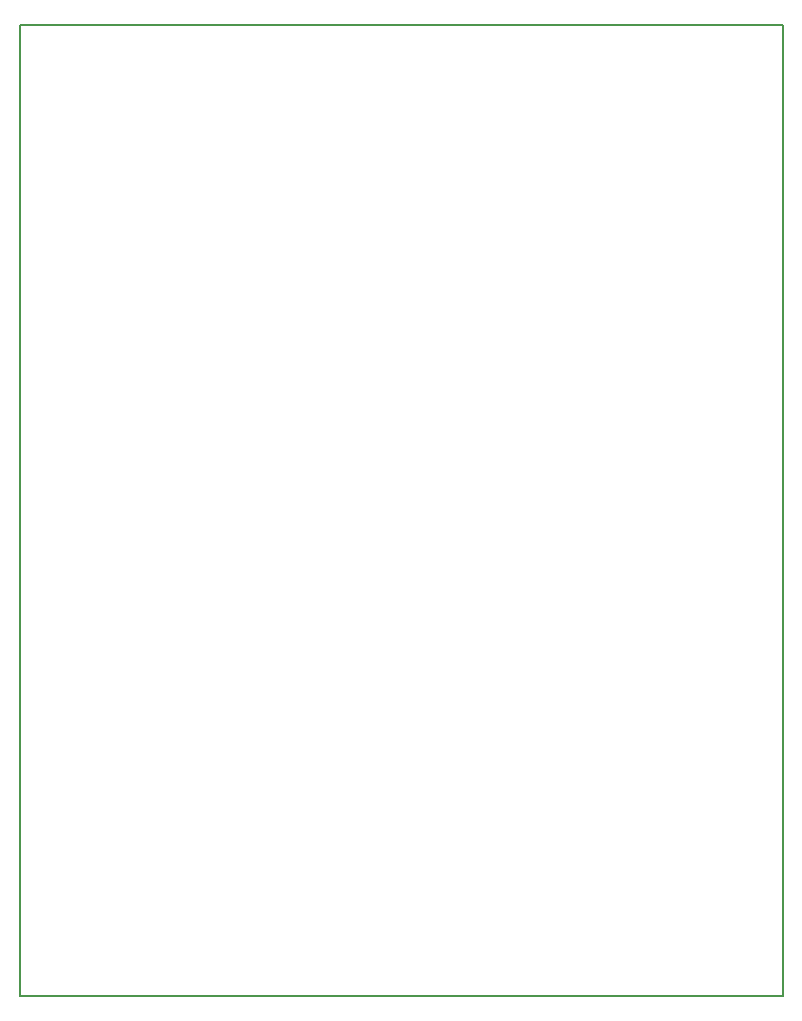
<source format=gbr>
%TF.GenerationSoftware,KiCad,Pcbnew,7.0.1*%
%TF.CreationDate,2023-04-20T13:04:28-06:00*%
%TF.ProjectId,Phase_B_Prototype,50686173-655f-4425-9f50-726f746f7479,rev?*%
%TF.SameCoordinates,Original*%
%TF.FileFunction,Profile,NP*%
%FSLAX46Y46*%
G04 Gerber Fmt 4.6, Leading zero omitted, Abs format (unit mm)*
G04 Created by KiCad (PCBNEW 7.0.1) date 2023-04-20 13:04:28*
%MOMM*%
%LPD*%
G01*
G04 APERTURE LIST*
%TA.AperFunction,Profile*%
%ADD10C,0.150000*%
%TD*%
G04 APERTURE END LIST*
D10*
X112320000Y-55880000D02*
X176880000Y-55880000D01*
X176880000Y-138060000D01*
X112320000Y-138060000D01*
X112320000Y-55880000D01*
M02*

</source>
